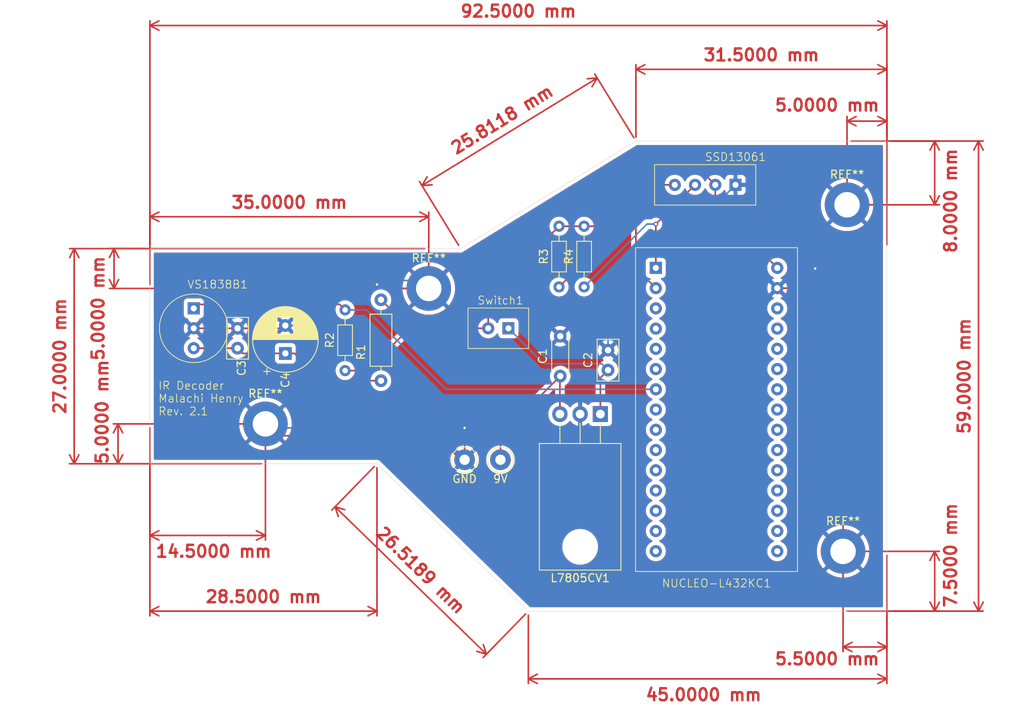
<source format=kicad_pcb>
(kicad_pcb (version 20240108) (generator "pcbnew") (generator_version "8.0")
  (layers (0 "F.Cu" signal) (31 "B.Cu" signal) (34 "B.Paste" user) (35 "F.Paste" user) (36 "B.SilkS" user "B.Silkscreen") (37 "F.SilkS" user "F.Silkscreen") (38 "B.Mask" user) (39 "F.Mask" user) (44 "Edge.Cuts" user))
  (net 0 "")
  (net 1 "GND")
  (net 2 "5V")
  (net 3 "Net-(VS1838B1-VCC)")
  (net 4 "Net-(NUCLEO-L432KC1-PB7)")
  (net 6 "Net-(NUCLEO-L432KC1-PA10)")
  (net 7 "9V")
  (net 29 "Net-(L7805CV1-OUTPUT)")
  (net 33 "Net-(NUCLEO-L432KC1-PA9)")
  (footprint "Connector_Pin:Pin_D1.3mm_L11.0mm" (layer "F.Cu") (at 104.5 112.5)
    (property "Reference" "GND" (at 0 2.4 0) (layer "F.SilkS"))
    (property "Value" "Pin_D1.3mm_L11.0mm")
    (fp_circle (center 0 0) (end 1.6 0.05) (stroke (width 0.12)) (fill none) (layer "F.SilkS"))
    (pad "1" thru_hole circle (at 0 0) (size 2.6 2.6) (drill 1.3) (layers "*.Cu" "*.Mask") (net 1 "GND"))
  )
  (footprint "MountingHole:MountingHole_3.2mm_M3_DIN965_Pad_TopBottom" (layer "F.Cu") (at 152 124)
    (property "Reference" "REF**" (at 0 -3.8 0) (layer "F.SilkS"))
    (property "Value" "MountingHole_3.2mm_M3_DIN965_Pad_TopBottom")
    (pad "1" thru_hole circle (at 0 0) (size 3.6 3.6) (drill 3.2) (layers "*.Cu" "*.Mask"))
    (pad "1" connect circle (at 0 0) (size 5.6 5.6) (layers "F.Cu" "F.Mask") (net 1 "GND"))
    (pad "1" connect circle (at 0 0) (size 5.6 5.6) (layers "B.Cu" "B.Mask") (net 1 "GND"))
  )
  (footprint "MountingHole:MountingHole_3.2mm_M3_DIN965_Pad_TopBottom" (layer "F.Cu") (at 152.5 80.5)
    (property "Reference" "REF**" (at 0 -3.8 0) (layer "F.SilkS"))
    (property "Value" "MountingHole_3.2mm_M3_DIN965_Pad_TopBottom")
    (pad "1" thru_hole circle (at 0 0) (size 3.6 3.6) (drill 3.2) (layers "*.Cu" "*.Mask"))
    (pad "1" connect circle (at 0 0) (size 5.6 5.6) (layers "F.Cu" "F.Mask") (net 1 "GND"))
    (pad "1" connect circle (at 0 0) (size 5.6 5.6) (layers "B.Cu" "B.Mask") (net 1 "GND"))
  )
  (footprint "Custom_Footprints:SSD1306" (layer "F.Cu") (at 135.96 75.46 180)
    (property "Reference" "SSD13061" (at -2.54 0.96 0) (layer "F.SilkS") (effects (font (thickness 0.1))))
    (property "Value" "~")
    (fp_rect (start -5.08 -5.08) (end 7.62 0) (stroke (width 0.1)) (fill none) (layer "F.SilkS"))
    (pad "1" thru_hole rect (at -2.54 -2.54 180) (size 1.524 1.524) (drill 0.762) (layers "*.Cu" "*.Mask") (net 1 "GND"))
    (pad "2" thru_hole circle (at 0 -2.54 180) (size 1.524 1.524) (drill 0.762) (layers "*.Cu" "*.Mask") (net 2 "5V"))
    (pad "3" thru_hole circle (at 2.54 -2.54 180) (size 1.524 1.524) (drill 0.762) (layers "*.Cu" "*.Mask") (net 33 "Net-(NUCLEO-L432KC1-PA9)"))
    (pad "4" thru_hole circle (at 5.08 -2.54 180) (size 1.524 1.524) (drill 0.762) (layers "*.Cu" "*.Mask") (net 6 "Net-(NUCLEO-L432KC1-PA10)"))
  )
  (footprint "Capacitor_THT:C_Disc_D5.0mm_W2.5mm_P2.50mm" (layer "F.Cu") (at 76 98.5 90)
    (property "Reference" "C3" (at -2.5 0.5 90) (layer "F.SilkS"))
    (property "Value" "0.1uf")
    (fp_line (start 3.87 -1.37) (end 3.87 1.37) (stroke (width 0.12)) (layer "F.SilkS"))
    (fp_line (start -1.37 -1.37) (end 3.87 -1.37) (stroke (width 0.12)) (layer "F.SilkS"))
    (fp_line (start -1.37 -1.37) (end -1.37 1.37) (stroke (width 0.12)) (layer "F.SilkS"))
    (fp_line (start -1.37 1.37) (end 3.87 1.37) (stroke (width 0.12)) (layer "F.SilkS"))
    (pad "1" thru_hole circle (at 0 0 90) (size 1.6 1.6) (drill 0.8) (layers "*.Cu" "*.Mask") (net 3 "Net-(VS1838B1-VCC)"))
    (pad "2" thru_hole circle (at 2.5 0 90) (size 1.6 1.6) (drill 0.8) (layers "*.Cu" "*.Mask") (net 1 "GND"))
  )
  (footprint "Capacitor_THT:C_Disc_D4.3mm_W1.9mm_P5.00mm" (layer "F.Cu") (at 116.5 102 90)
    (property "Reference" "C1" (at 2.5 -2.2 90) (layer "F.SilkS"))
    (property "Value" "0.33uf")
    (fp_line (start 4.77 -1.07) (end 4.77 -1.055) (stroke (width 0.12)) (layer "F.SilkS"))
    (fp_line (start 0.23 -1.07) (end 4.77 -1.07) (stroke (width 0.12)) (layer "F.SilkS"))
    (fp_line (start 0.23 -1.07) (end 0.23 -1.055) (stroke (width 0.12)) (layer "F.SilkS"))
    (fp_line (start 4.77 1.055) (end 4.77 1.07) (stroke (width 0.12)) (layer "F.SilkS"))
    (fp_line (start 0.23 1.055) (end 0.23 1.07) (stroke (width 0.12)) (layer "F.SilkS"))
    (fp_line (start 0.23 1.07) (end 4.77 1.07) (stroke (width 0.12)) (layer "F.SilkS"))
    (pad "1" thru_hole circle (at 0 0 90) (size 1.6 1.6) (drill 0.8) (layers "*.Cu" "*.Mask") (net 7 "9V"))
    (pad "2" thru_hole circle (at 5 0 90) (size 1.6 1.6) (drill 0.8) (layers "*.Cu" "*.Mask") (net 1 "GND"))
  )
  (footprint "MountingHole:MountingHole_3.2mm_M3_DIN965_Pad_TopBottom" (layer "F.Cu") (at 79.5 108)
    (property "Reference" "REF**" (at 0 -3.8 0) (layer "F.SilkS"))
    (property "Value" "MountingHole_3.2mm_M3_DIN965_Pad_TopBottom")
    (pad "1" thru_hole circle (at 0 0) (size 3.6 3.6) (drill 3.2) (layers "*.Cu" "*.Mask"))
    (pad "1" connect circle (at 0 0) (size 5.6 5.6) (layers "F.Cu" "F.Mask") (net 1 "GND"))
    (pad "1" connect circle (at 0 0) (size 5.6 5.6) (layers "B.Cu" "B.Mask") (net 1 "GND"))
  )
  (footprint "Capacitor_THT:CP_Radial_D8.0mm_P3.50mm" (layer "F.Cu") (at 82 99.152651 90)
    (property "Reference" "C4" (at -3.347349 0 90) (layer "F.SilkS"))
    (property "Value" "100uf")
    (fp_line (start 1.83 -4.08) (end 1.83 4.08) (stroke (width 0.12)) (layer "F.SilkS"))
    (fp_line (start 1.79 -4.08) (end 1.79 4.08) (stroke (width 0.12)) (layer "F.SilkS"))
    (fp_line (start 1.75 -4.08) (end 1.75 4.08) (stroke (width 0.12)) (layer "F.SilkS"))
    (fp_line (start 1.87 -4.079) (end 1.87 4.079) (stroke (width 0.12)) (layer "F.SilkS"))
    (fp_line (start 1.91 -4.077) (end 1.91 4.077) (stroke (width 0.12)) (layer "F.SilkS"))
    (fp_line (start 1.95 -4.076) (end 1.95 4.076) (stroke (width 0.12)) (layer "F.SilkS"))
    (fp_line (start 1.99 -4.074) (end 1.99 4.074) (stroke (width 0.12)) (layer "F.SilkS"))
    (fp_line (start 2.03 -4.071) (end 2.03 4.071) (stroke (width 0.12)) (layer "F.SilkS"))
    (fp_line (start 2.07 -4.068) (end 2.07 4.068) (stroke (width 0.12)) (layer "F.SilkS"))
    (fp_line (start 2.11 -4.065) (end 2.11 4.065) (stroke (width 0.12)) (layer "F.SilkS"))
    (fp_line (start 2.15 -4.061) (end 2.15 4.061) (stroke (width 0.12)) (layer "F.SilkS"))
    (fp_line (start 2.19 -4.057) (end 2.19 4.057) (stroke (width 0.12)) (layer "F.SilkS"))
    (fp_line (start 2.23 -4.052) (end 2.23 4.052) (stroke (width 0.12)) (layer "F.SilkS"))
    (fp_line (start 2.27 -4.048) (end 2.27 4.048) (stroke (width 0.12)) (layer "F.SilkS"))
    (fp_line (start 2.31 -4.042) (end 2.31 4.042) (stroke (width 0.12)) (layer "F.SilkS"))
    (fp_line (start 2.35 -4.037) (end 2.35 4.037) (stroke (width 0.12)) (layer "F.SilkS"))
    (fp_line (start 2.39 -4.03) (end 2.39 4.03) (stroke (width 0.12)) (layer "F.SilkS"))
    (fp_line (start 2.43 -4.024) (end 2.43 4.024) (stroke (width 0.12)) (layer "F.SilkS"))
    (fp_line (start 2.471 -4.017) (end 2.471 -1.04) (stroke (width 0.12)) (layer "F.SilkS"))
    (fp_line (start 2.511 -4.01) (end 2.511 -1.04) (stroke (width 0.12)) (layer "F.SilkS"))
    (fp_line (start 2.551 -4.002) (end 2.551 -1.04) (stroke (width 0.12)) (layer "F.SilkS"))
    (fp_line (start 2.591 -3.994) (end 2.591 -1.04) (stroke (width 0.12)) (layer "F.SilkS"))
    (fp_line (start 2.631 -3.985) (end 2.631 -1.04) (stroke (width 0.12)) (layer "F.SilkS"))
    (fp_line (start 2.671 -3.976) (end 2.671 -1.04) (stroke (width 0.12)) (layer "F.SilkS"))
    (fp_line (start 2.711 -3.967) (end 2.711 -1.04) (stroke (width 0.12)) (layer "F.SilkS"))
    (fp_line (start 2.751 -3.957) (end 2.751 -1.04) (stroke (width 0.12)) (layer "F.SilkS"))
    (fp_line (start 2.791 -3.947) (end 2.791 -1.04) (stroke (width 0.12)) (layer "F.SilkS"))
    (fp_line (start 2.831 -3.936) (end 2.831 -1.04) (stroke (width 0.12)) (layer "F.SilkS"))
    (fp_line (start 2.871 -3.925) (end 2.871 -1.04) (stroke (width 0.12)) (layer "F.SilkS"))
    (fp_line (start 2.911 -3.914) (end 2.911 -1.04) (stroke (width 0.12)) (layer "F.SilkS"))
    (fp_line (start 2.951 -3.902) (end 2.951 -1.04) (stroke (width 0.12)) (layer "F.SilkS"))
    (fp_line (start 2.991 -3.889) (end 2.991 -1.04) (stroke (width 0.12)) (layer "F.SilkS"))
    (fp_line (start 3.031 -3.877) (end 3.031 -1.04) (stroke (width 0.12)) (layer "F.SilkS"))
    (fp_line (start 3.071 -3.863) (end 3.071 -1.04) (stroke (width 0.12)) (layer "F.SilkS"))
    (fp_line (start 3.111 -3.85) (end 3.111 -1.04) (stroke (width 0.12)) (layer "F.SilkS"))
    (fp_line (start 3.151 -3.835) (end 3.151 -1.04) (stroke (width 0.12)) (layer "F.SilkS"))
    (fp_line (start 3.191 -3.821) (end 3.191 -1.04) (stroke (width 0.12)) (layer "F.SilkS"))
    (fp_line (start 3.231 -3.805) (end 3.231 -1.04) (stroke (width 0.12)) (layer "F.SilkS"))
    (fp_line (start 3.271 -3.79) (end 3.271 -1.04) (stroke (width 0.12)) (layer "F.SilkS"))
    (fp_line (start 3.311 -3.774) (end 3.311 -1.04) (stroke (width 0.12)) (layer "F.SilkS"))
    (fp_line (start 3.351 -3.757) (end 3.351 -1.04) (stroke (width 0.12)) (layer "F.SilkS"))
    (fp_line (start 3.391 -3.74) (end 3.391 -1.04) (stroke (width 0.12)) (layer "F.SilkS"))
    (fp_line (start 3.431 -3.722) (end 3.431 -1.04) (stroke (width 0.12)) (layer "F.SilkS"))
    (fp_line (start 3.471 -3.704) (end 3.471 -1.04) (stroke (width 0.12)) (layer "F.SilkS"))
    (fp_line (start 3.511 -3.686) (end 3.511 -1.04) (stroke (width 0.12)) (layer "F.SilkS"))
    (fp_line (start 3.551 -3.666) (end 3.551 -1.04) (stroke (width 0.12)) (layer "F.SilkS"))
    (fp_line (start 3.591 -3.647) (end 3.591 -1.04) (stroke (width 0.12)) (layer "F.SilkS"))
    (fp_line (start 3.631 -3.627) (end 3.631 -1.04) (stroke (width 0.12)) (layer "F.SilkS"))
    (fp_line (start 3.671 -3.606) (end 3.671 -1.04) (stroke (width 0.12)) (layer "F.SilkS"))
    (fp_line (start 3.711 -3.584) (end 3.711 -1.04) (stroke (width 0.12)) (layer "F.SilkS"))
    (fp_line (start 3.751 -3.562) (end 3.751 -1.04) (stroke (width 0.12)) (layer "F.SilkS"))
    (fp_line (start 3.791 -3.54) (end 3.791 -1.04) (stroke (width 0.12)) (layer "F.SilkS"))
    (fp_line (start 3.831 -3.517) (end 3.831 -1.04) (stroke (width 0.12)) (layer "F.SilkS"))
    (fp_line (start 3.871 -3.493) (end 3.871 -1.04) (stroke (width 0.12)) (layer "F.SilkS"))
    (fp_line (start 3.911 -3.469) (end 3.911 -1.04) (stroke (width 0.12)) (layer "F.SilkS"))
    (fp_line (start 3.951 -3.444) (end 3.951 -1.04) (stroke (width 0.12)) (layer "F.SilkS"))
    (fp_line (start 3.991 -3.418) (end 3.991 -1.04) (stroke (width 0.12)) (layer "F.SilkS"))
    (fp_line (start 4.031 -3.392) (end 4.031 -1.04) (stroke (width 0.12)) (layer "F.SilkS"))
    (fp_line (start 4.071 -3.365) (end 4.071 -1.04) (stroke (width 0.12)) (layer "F.SilkS"))
    (fp_line (start 4.111 -3.338) (end 4.111 -1.04) (stroke (width 0.12)) (layer "F.SilkS"))
    (fp_line (start 4.151 -3.309) (end 4.151 -1.04) (stroke (width 0.12)) (layer "F.SilkS"))
    (fp_line (start 4.191 -3.28) (end 4.191 -1.04) (stroke (width 0.12)) (layer "F.SilkS"))
    (fp_line (start 4.231 -3.25) (end 4.231 -1.04) (stroke (width 0.12)) (layer "F.SilkS"))
    (fp_line (start 4.271 -3.22) (end 4.271 -1.04) (stroke (width 0.12)) (layer "F.SilkS"))
    (fp_line (start 4.311 -3.189) (end 4.311 -1.04) (stroke (width 0.12)) (layer "F.SilkS"))
    (fp_line (start 4.351 -3.156) (end 4.351 -1.04) (stroke (width 0.12)) (layer "F.SilkS"))
    (fp_line (start 4.391 -3.124) (end 4.391 -1.04) (stroke (width 0.12)) (layer "F.SilkS"))
    (fp_line (start 4.431 -3.09) (end 4.431 -1.04) (stroke (width 0.12)) (layer "F.SilkS"))
    (fp_line (start 4.471 -3.055) (end 4.471 -1.04) (stroke (width 0.12)) (layer "F.SilkS"))
    (fp_line (start 4.511 -3.019) (end 4.511 -1.04) (stroke (width 0.12)) (layer "F.SilkS"))
    (fp_line (start 4.551 -2.983) (end 4.551 2.983) (stroke (width 0.12)) (layer "F.SilkS"))
    (fp_line (start 4.591 -2.945) (end 4.591 2.945) (stroke (width 0.12)) (layer "F.SilkS"))
    (fp_line (start 4.631 -2.907) (end 4.631 2.907) (stroke (width 0.12)) (layer "F.SilkS"))
    (fp_line (start 4.671 -2.867) (end 4.671 2.867) (stroke (width 0.12)) (layer "F.SilkS"))
    (fp_line (start 4.711 -2.826) (end 4.711 2.826) (stroke (width 0.12)) (layer "F.SilkS"))
    (fp_line (start 4.751 -2.784) (end 4.751 2.784) (stroke (width 0.12)) (layer "F.SilkS"))
    (fp_line (start 4.791 -2.741) (end 4.791 2.741) (stroke (width 0.12)) (layer "F.SilkS"))
    (fp_line (start -2.259698 -2.715) (end -2.259698 -1.915) (stroke (width 0.12)) (layer "F.SilkS"))
    (fp_line (start 4.831 -2.697) (end 4.831 2.697) (stroke (width 0.12)) (layer "F.SilkS"))
    (fp_line (start 4.871 -2.651) (end 4.871 2.651) (stroke (width 0.12)) (layer "F.SilkS"))
    (fp_line (start 4.911 -2.604) (end 4.911 2.604) (stroke (width 0.12)) (layer "F.SilkS"))
    (fp_line (start 4.951 -2.556) (end 4.951 2.556) (stroke (width 0.12)) (layer "F.SilkS"))
    (fp_line (start 4.991 -2.505) (end 4.991 2.505) (stroke (width 0.12)) (layer "F.SilkS"))
    (fp_line (start 5.031 -2.454) (end 5.031 2.454) (stroke (width 0.12)) (layer "F.SilkS"))
    (fp_line (start 5.071 -2.4) (end 5.071 2.4) (stroke (width 0.12)) (layer "F.SilkS"))
    (fp_line (start 5.111 -2.345) (end 5.111 2.345) (stroke (width 0.12)) (layer "F.SilkS"))
    (fp_line (start -2.659698 -2.315) (end -1.859698 -2.315) (stroke (width 0.12)) (layer "F.SilkS"))
    (fp_line (start 5.151 -2.287) (end 5.151 2.287) (stroke (width 0.12)) (layer "F.SilkS"))
    (fp_line (start 5.191 -2.228) (end 5.191 2.228) (stroke (width 0.12)) (layer "F.SilkS"))
    (fp_line (start 5.231 -2.166) (end 5.231 2.166) (stroke (width 0.12)) (layer "F.SilkS"))
    (fp_line (start 5.271 -2.102) (end 5.271 2.102) (stroke (width 0.12)) (layer "F.SilkS"))
    (fp_line (start 5.311 -2.034) (end 5.311 2.034) (stroke (width 0.12)) (layer "F.SilkS"))
    (fp_line (start 5.351 -1.964) (end 5.351 1.964) (stroke (width 0.12)) (layer "F.SilkS"))
    (fp_line (start 5.391 -1.89) (end 5.391 1.89) (stroke (width 0.12)) (layer "F.SilkS"))
    (fp_line (start 5.431 -1.813) (end 5.431 1.813) (stroke (width 0.12)) (layer "F.SilkS"))
    (fp_line (start 5.471 -1.731) (end 5.471 1.731) (stroke (width 0.12)) (layer "F.SilkS"))
    (fp_line (start 5.511 -1.645) (end 5.511 1.645) (stroke (width 0.12)) (layer "F.SilkS"))
    (fp_line (start 5.551 -1.552) (end 5.551 1.552) (stroke (width 0.12)) (layer "F.SilkS"))
    (fp_line (start 5.591 -1.453) (end 5.591 1.453) (stroke (width 0.12)) (layer "F.SilkS"))
    (fp_line (start 5.631 -1.346) (end 5.631 1.346) (stroke (width 0.12)) (layer "F.SilkS"))
    (fp_line (start 5.671 -1.229) (end 5.671 1.229) (stroke (width 0.12)) (layer "F.SilkS"))
    (fp_line (start 5.711 -1.098) (end 5.711 1.098) (stroke (width 0.12)) (layer "F.SilkS"))
    (fp_line (start 5.751 -0.948) (end 5.751 0.948) (stroke (width 0.12)) (layer "F.SilkS"))
    (fp_line (start 5.791 -0.768) (end 5.791 0.768) (stroke (width 0.12)) (layer "F.SilkS"))
    (fp_line (start 5.831 -0.533) (end 5.831 0.533) (stroke (width 0.12)) (layer "F.SilkS"))
    (fp_line (start 4.511 1.04) (end 4.511 3.019) (stroke (width 0.12)) (layer "F.SilkS"))
    (fp_line (start 4.471 1.04) (end 4.471 3.055) (stroke (width 0.12)) (layer "F.SilkS"))
    (fp_line (start 4.431 1.04) (end 4.431 3.09) (stroke (width 0.12)) (layer "F.SilkS"))
    (fp_line (start 4.391 1.04) (end 4.391 3.124) (stroke (width 0.12)) (layer "F.SilkS"))
    (fp_line (start 4.351 1.04) (end 4.351 3.156) (stroke (width 0.12)) (layer "F.SilkS"))
    (fp_line (start 4.311 1.04) (end 4.311 3.189) (stroke (width 0.12)) (layer "F.SilkS"))
    (fp_line (start 4.271 1.04) (end 4.271 3.22) (stroke (width 0.12)) (layer "F.SilkS"))
    (fp_line (start 4.231 1.04) (end 4.231 3.25) (stroke (width 0.12)) (layer "F.SilkS"))
    (fp_line (start 4.191 1.04) (end 4.191 3.28) (stroke (width 0.12)) (layer "F.SilkS"))
    (fp_line (start 4.151 1.04) (end 4.151 3.309) (stroke (width 0.12)) (layer "F.SilkS"))
    (fp_line (start 4.111 1.04) (end 4.111 3.338) (stroke (width 0.12)) (layer "F.SilkS"))
    (fp_line (start 4.071 1.04) (end 4.071 3.365) (stroke (width 0.12)) (layer "F.SilkS"))
    (fp_line (start 4.031 1.04) (end 4.031 3.392) (stroke (width 0.12)) (layer "F.SilkS"))
    (fp_line (start 3.991 1.04) (end 3.991 3.418) (stroke (width 0.12)) (layer "F.SilkS"))
    (fp_line (start 3.951 1.04) (end 3.951 3.444) (stroke (width 0.12)) (layer "F.SilkS"))
    (fp_line (start 3.911 1.04) (end 3.911 3.469) (stroke (width 0.12)) (layer "F.SilkS"))
    (fp_line (start 3.871 1.04) (end 3.871 3.493) (stroke (width 0.12)) (layer "F.SilkS"))
    (fp_line (start 3.831 1.04) (end 3.831 3.517) (stroke (width 0.12)) (layer "F.SilkS"))
    (fp_line (start 3.791 1.04) (end 3.791 3.54) (stroke (width 0.12)) (layer "F.SilkS"))
    (fp_line (start 3.751 1.04) (end 3.751 3.562) (stroke (width 0.12)) (layer "F.SilkS"))
    (fp_line (start 3.711 1.04) (end 3.711 3.584) (stroke (width 0.12)) (layer "F.SilkS"))
    (fp_line (start 3.671 1.04) (end 3.671 3.606) (stroke (width 0.12)) (layer "F.SilkS"))
    (fp_line (start 3.631 1.04) (end 3.631 3.627) (stroke (width 0.12)) (layer "F.SilkS"))
    (fp_line (start 3.591 1.04) (end 3.591 3.647) (stroke (width 0.12)) (layer "F.SilkS"))
    (fp_line (start 3.551 1.04) (end 3.551 3.666) (stroke (width 0.12)) (layer "F.SilkS"))
    (fp_line (start 3.511 1.04) (end 3.511 3.686) (stroke (width 0.12)) (layer "F.SilkS"))
    (fp_line (start 3.471 1.04) (end 3.471 3.704) (stroke (width 0.12)) (layer "F.SilkS"))
    (fp_line (start 3.431 1.04) (end 3.431 3.722) (stroke (width 0.12)) (layer "F.SilkS"))
    (fp_line (start 3.391 1.04) (end 3.391 3.74) (stroke (width 0.12)) (layer "F.SilkS"))
    (fp_line (start 3.351 1.04) (end 3.351 3.757) (stroke (width 0.12)) (layer "F.SilkS"))
    (fp_line (start 3.311 1.04) (end 3.311 3.774) (stroke (width 0.12)) (layer "F.SilkS"))
    (fp_line (start 3.271 1.04) (end 3.271 3.79) (stroke (width 0.12)) (layer "F.SilkS"))
    (fp_line (start 3.231 1.04) (end 3.231 3.805) (stroke (width 0.12)) (layer "F.SilkS"))
    (fp_line (start 3.191 1.04) (end 3.191 3.821) (stroke (width 0.12)) (layer "F.SilkS"))
    (fp_line (start 3.151 1.04) (end 3.151 3.835) (stroke (width 0.12)) (layer "F.SilkS"))
    (fp_line (start 3.111 1.04) (end 3.111 3.85) (stroke (width 0.12)) (layer "F.SilkS"))
    (fp_line (start 3.071 1.04) (end 3.071 3.863) (stroke (width 0.12)) (layer "F.SilkS"))
    (fp_line (start 3.031 1.04) (end 3.031 3.877) (stroke (width 0.12)) (layer "F.SilkS"))
    (fp_line (start 2.991 1.04) (end 2.991 3.889) (stroke (width 0.12)) (layer "F.SilkS"))
    (fp_line (start 2.951 1.04) (end 2.951 3.902) (stroke (width 0.12)) (layer "F.SilkS"))
    (fp_line (start 2.911 1.04) (end 2.911 3.914) (stroke (width 0.12)) (layer "F.SilkS"))
    (fp_line (start 2.871 1.04) (end 2.871 3.925) (stroke (width 0.12)) (layer "F.SilkS"))
    (fp_line (start 2.831 1.04) (end 2.831 3.936) (stroke (width 0.12)) (layer "F.SilkS"))
    (fp_line (start 2.791 1.04) (end 2.791 3.947) (stroke (width 0.12)) (layer "F.SilkS"))
    (fp_line (start 2.751 1.04) (end 2.751 3.957) (stroke (width 0.12)) (layer "F.SilkS"))
    (fp_line (start 2.711 1.04) (end 2.711 3.967) (stroke (width 0.12)) (layer "F.SilkS"))
    (fp_line (start 2.671 1.04) (end 2.671 3.976) (stroke (width 0.12)) (layer "F.SilkS"))
    (fp_line (start 2.631 1.04) (end 2.631 3.985) (stroke (width 0.12)) (layer "F.SilkS"))
    (fp_line (start 2.591 1.04) (end 2.591 3.994) (stroke (width 0.12)) (layer "F.SilkS"))
    (fp_line (start 2.551 1.04) (end 2.551 4.002) (stroke (width 0.12)) (layer "F.SilkS"))
    (fp_line (start 2.511 1.04) (end 2.511 4.01) (stroke (width 0.12)) (layer "F.SilkS"))
    (fp_line (start 2.471 1.04) (end 2.471 4.017) (stroke (width 0.12)) (layer "F.SilkS"))
    (fp_circle (center 1.75 0) (end 5.87 0) (stroke (width 0.12)) (fill none) (layer "F.SilkS"))
    (pad "1" thru_hole rect (at 0 0 90) (size 1.6 1.6) (drill 0.8) (layers "*.Cu" "*.Mask") (net 3 "Net-(VS1838B1-VCC)"))
    (pad "2" thru_hole circle (at 3.5 0 90) (size 1.6 1.6) (drill 0.8) (layers "*.Cu" "*.Mask") (net 1 "GND"))
  )
  (footprint "Capacitor_THT:C_Disc_D5.0mm_W2.5mm_P2.50mm" (layer "F.Cu") (at 122.5 101.25 90)
    (property "Reference" "C2" (at 1.25 -2.5 90) (layer "F.SilkS"))
    (property "Value" "0.1uf")
    (fp_line (start 3.87 -1.37) (end 3.87 1.37) (stroke (width 0.12)) (layer "F.SilkS"))
    (fp_line (start -1.37 -1.37) (end 3.87 -1.37) (stroke (width 0.12)) (layer "F.SilkS"))
    (fp_line (start -1.37 -1.37) (end -1.37 1.37) (stroke (width 0.12)) (layer "F.SilkS"))
    (fp_line (start -1.37 1.37) (end 3.87 1.37) (stroke (width 0.12)) (layer "F.SilkS"))
    (pad "1" thru_hole circle (at 0 0 90) (size 1.6 1.6) (drill 0.8) (layers "*.Cu" "*.Mask") (net 29 "Net-(L7805CV1-OUTPUT)"))
    (pad "2" thru_hole circle (at 2.5 0 90) (size 1.6 1.6) (drill 0.8) (layers "*.Cu" "*.Mask") (net 1 "GND"))
  )
  (footprint "Resistor_THT:R_Axial_DIN0207_L6.3mm_D2.5mm_P10.16mm_Horizontal" (layer "F.Cu") (at 94 92.42 -90)
    (property "Reference" "R1" (at 6.58 2.5 90) (layer "F.SilkS"))
    (property "Value" "100")
    (fp_line (start 1.81 1.37) (end 8.35 1.37) (stroke (width 0.12)) (layer "F.SilkS"))
    (fp_line (start 8.35 1.37) (end 8.35 -1.37) (stroke (width 0.12)) (layer "F.SilkS"))
    (fp_line (start 1.04 0) (end 1.81 0) (stroke (width 0.12)) (layer "F.SilkS"))
    (fp_line (start 9.12 0) (end 8.35 0) (stroke (width 0.12)) (layer "F.SilkS"))
    (fp_line (start 1.81 -1.37) (end 1.81 1.37) (stroke (width 0.12)) (layer "F.SilkS"))
    (fp_line (start 8.35 -1.37) (end 1.81 -1.37) (stroke (width 0.12)) (layer "F.SilkS"))
    (pad "1" thru_hole circle (at 0 0 270) (size 1.6 1.6) (drill 0.8) (layers "*.Cu" "*.Mask") (net 2 "5V"))
    (pad "2" thru_hole oval (at 10.16 0 270) (size 1.6 1.6) (drill 0.8) (layers "*.Cu" "*.Mask") (net 3 "Net-(VS1838B1-VCC)"))
  )
  (footprint "Connector_Pin:Pin_D1.3mm_L11.0mm" (layer "F.Cu") (at 109 112.5)
    (property "Reference" "9V" (at 0 2.4 0) (layer "F.SilkS"))
    (property "Value" "Pin_D1.3mm_L11.0mm")
    (fp_circle (center 0 0) (end 1.6 0.05) (stroke (width 0.12)) (fill none) (layer "F.SilkS"))
    (pad "1" thru_hole circle (at 0 0) (size 2.6 2.6) (drill 1.3) (layers "*.Cu" "*.Mask") (net 7 "9V"))
  )
  (footprint "Package_TO_SOT_THT:TO-220-3_Horizontal_TabDown" (layer "F.Cu") (at 121.54 106.77 180)
    (property "Reference" "L7805CV1" (at 2.54 -20.58 0) (layer "F.SilkS"))
    (property "Value" "~")
    (fp_line (start 7.66 -19.58) (end 7.66 -3.69) (stroke (width 0.12)) (layer "F.SilkS"))
    (fp_line (start 5.08 -3.69) (end 5.08 -1.15) (stroke (width 0.12)) (layer "F.SilkS"))
    (fp_line (start 2.54 -3.69) (end 2.54 -1.15) (stroke (width 0.12)) (layer "F.SilkS"))
    (fp_line (start 0 -3.69) (end 0 -1.15) (stroke (width 0.12)) (layer "F.SilkS"))
    (fp_line (start -2.58 -3.69) (end 7.66 -3.69) (stroke (width 0.12)) (layer "F.SilkS"))
    (fp_line (start -2.58 -19.58) (end 7.66 -19.58) (stroke (width 0.12)) (layer "F.SilkS"))
    (fp_line (start -2.58 -19.58) (end -2.58 -3.69) (stroke (width 0.12)) (layer "F.SilkS"))
    (pad "" np_thru_hole oval (at 2.54 -16.66 180) (size 3.5 3.5) (drill 3.5) (layers "*.Cu" "*.Mask"))
    (pad "1" thru_hole rect (at 0 0 180) (size 1.905 2) (drill 1.1) (layers "*.Cu" "*.Mask") (net 29 "Net-(L7805CV1-OUTPUT)"))
    (pad "2" thru_hole oval (at 2.54 0 180) (size 1.905 2) (drill 1.1) (layers "*.Cu" "*.Mask") (net 1 "GND"))
    (pad "3" thru_hole oval (at 5.08 0 180) (size 1.905 2) (drill 1.1) (layers "*.Cu" "*.Mask") (net 7 "9V"))
  )
  (footprint "Resistor_THT:R_Axial_DIN0204_L3.6mm_D1.6mm_P7.62mm_Horizontal" (layer "F.Cu") (at 89.5 101.31 90)
    (property "Reference" "R2" (at 3.81 -1.92 90) (layer "F.SilkS"))
    (property "Value" "22K")
    (fp_line (start 5.73 -0.92) (end 1.89 -0.92) (stroke (width 0.12)) (layer "F.SilkS"))
    (fp_line (start 1.89 -0.92) (end 1.89 0.92) (stroke (width 0.12)) (layer "F.SilkS"))
    (fp_line (start 6.68 0) (end 5.73 0) (stroke (width 0.12)) (layer "F.SilkS"))
    (fp_line (start 0.94 0) (end 1.89 0) (stroke (width 0.12)) (layer "F.SilkS"))
    (fp_line (start 5.73 0.92) (end 5.73 -0.92) (stroke (width 0.12)) (layer "F.SilkS"))
    (fp_line (start 1.89 0.92) (end 5.73 0.92) (stroke (width 0.12)) (layer "F.SilkS"))
    (pad "1" thru_hole circle (at 0 0 90) (size 1.4 1.4) (drill 0.7) (layers "*.Cu" "*.Mask") (net 2 "5V"))
    (pad "2" thru_hole oval (at 7.62 0 90) (size 1.4 1.4) (drill 0.7) (layers "*.Cu" "*.Mask") (net 4 "Net-(NUCLEO-L432KC1-PB7)"))
  )
  (footprint "Custom_Footprints:Radial-3" (layer "F.Cu") (at 70.5 96 -90)
    (property "Reference" "VS1838B1" (at -5.5 -3 0) (layer "F.SilkS") (effects (font (thickness 0.1))))
    (property "Value" "~")
    (fp_circle (center 0 0) (end -3.5 -2.5) (stroke (width 0.1)) (fill none) (layer "F.SilkS"))
    (pad "1" thru_hole rect (at -2.5 0 270) (size 1.524 1.524) (drill 0.762) (layers "*.Cu" "*.Mask") (net 4 "Net-(NUCLEO-L432KC1-PB7)"))
    (pad "2" thru_hole circle (at 0 0 270) (size 1.524 1.524) (drill 0.762) (layers "*.Cu" "*.Mask") (net 1 "GND"))
    (pad "3" thru_hole circle (at 2.5 0 270) (size 1.524 1.524) (drill 0.762) (layers "*.Cu" "*.Mask") (net 3 "Net-(VS1838B1-VCC)"))
  )
  (footprint "Resistor_THT:R_Axial_DIN0204_L3.6mm_D1.6mm_P7.62mm_Horizontal" (layer "F.Cu") (at 116.35 90.81 90)
    (property "Reference" "R3" (at 3.81 -1.92 90) (layer "F.SilkS"))
    (property "Value" "4.7K")
    (fp_line (start 5.73 -0.92) (end 1.89 -0.92) (stroke (width 0.12)) (layer "F.SilkS"))
    (fp_line (start 1.89 -0.92) (end 1.89 0.92) (stroke (width 0.12)) (layer "F.SilkS"))
    (fp_line (start 6.68 0) (end 5.73 0) (stroke (width 0.12)) (layer "F.SilkS"))
    (fp_line (start 0.94 0) (end 1.89 0) (stroke (width 0.12)) (layer "F.SilkS"))
    (fp_line (start 5.73 0.92) (end 5.73 -0.92) (stroke (width 0.12)) (layer "F.SilkS"))
    (fp_line (start 1.89 0.92) (end 5.73 0.92) (stroke (width 0.12)) (layer "F.SilkS"))
    (pad "1" thru_hole circle (at 0 0 90) (size 1.4 1.4) (drill 0.7) (layers "*.Cu" "*.Mask") (net 6 "Net-(NUCLEO-L432KC1-PA10)"))
    (pad "2" thru_hole oval (at 7.62 0 90) (size 1.4 1.4) (drill 0.7) (layers "*.Cu" "*.Mask") (net 2 "5V"))
  )
  (footprint "MountingHole:MountingHole_3.2mm_M3_DIN965_Pad_TopBottom" (layer "F.Cu") (at 100 91)
    (property "Reference" "REF**" (at 0 -3.8 0) (layer "F.SilkS"))
    (property "Value" "MountingHole_3.2mm_M3_DIN965_Pad_TopBottom")
    (pad "1" thru_hole circle (at 0 0) (size 3.6 3.6) (drill 3.2) (layers "*.Cu" "*.Mask"))
    (pad "1" connect circle (at 0 0) (size 5.6 5.6) (layers "F.Cu" "F.Mask") (net 1 "GND"))
    (pad "1" connect circle (at 0 0) (size 5.6 5.6) (layers "B.Cu" "B.Mask") (net 1 "GND"))
  )
  (footprint "Custom_Footprints:STM_Nucleo_Nano" (layer "F.Cu") (at 128.5 123.98)
    (property "Reference" "NUCLEO-L432KC1" (at 7.62 4.02 0) (layer "F.SilkS") (effects (font (thickness 0.1))))
    (property "Value" "~")
    (fp_rect (start -2.54 -38.1) (end 17.78 2.54) (stroke (width 0.1)) (fill none) (layer "F.SilkS"))
    (pad "1" thru_hole rect (at 0 -35.56) (size 1.524 1.524) (drill 0.762) (layers "*.Cu" "*.Mask") (net 33 "Net-(NUCLEO-L432KC1-PA9)"))
    (pad "2" thru_hole circle (at 0 -33.02) (size 1.524 1.524) (drill 0.762) (layers "*.Cu" "*.Mask") (net 6 "Net-(NUCLEO-L432KC1-PA10)"))
    (pad "3" thru_hole circle (at 0 -30.48) (size 1.524 1.524) (drill 0.762) (layers "*.Cu" "*.Mask"))
    (pad "4" thru_hole circle (at 0 -27.94) (size 1.524 1.524) (drill 0.762) (layers "*.Cu" "*.Mask"))
    (pad "5" thru_hole circle (at 0 -25.4) (size 1.524 1.524) (drill 0.762) (layers "*.Cu" "*.Mask"))
    (pad "6" thru_hole circle (at 0 -22.86) (size 1.524 1.524) (drill 0.762) (layers "*.Cu" "*.Mask"))
    (pad "7" thru_hole circle (at 0 -20.32) (size 1.524 1.524) (drill 0.762) (layers "*.Cu" "*.Mask") (net 4 "Net-(NUCLEO-L432KC1-PB7)"))
    (pad "8" thru_hole circle (at 0 -17.78) (size 1.524 1.524) (drill 0.762) (layers "*.Cu" "*.Mask"))
    (pad "9" thru_hole circle (at 0 -15.24) (size 1.524 1.524) (drill 0.762) (layers "*.Cu" "*.Mask"))
    (pad "10" thru_hole circle (at 0 -12.7) (size 1.524 1.524) (drill 0.762) (layers "*.Cu" "*.Mask"))
    (pad "11" thru_hole circle (at 0 -10.16) (size 1.524 1.524) (drill 0.762) (layers "*.Cu" "*.Mask"))
    (pad "12" thru_hole circle (at 0 -7.62) (size 1.524 1.524) (drill 0.762) (layers "*.Cu" "*.Mask"))
    (pad "13" thru_hole circle (at 0 -5.08) (size 1.524 1.524) (drill 0.762) (layers "*.Cu" "*.Mask"))
    (pad "14" thru_hole circle (at 0 -2.54) (size 1.524 1.524) (drill 0.762) (layers "*.Cu" "*.Mask"))
    (pad "15" thru_hole circle (at 0 0) (size 1.524 1.524) (drill 0.762) (layers "*.Cu" "*.Mask"))
    (pad "16" thru_hole circle (at 15.24 -35.56) (size 1.524 1.524) (drill 0.762) (layers "*.Cu" "*.Mask") (net 2 "5V"))
    (pad "17" thru_hole circle (at 15.24 -33.02) (size 1.524 1.524) (drill 0.762) (layers "*.Cu" "*.Mask") (net 1 "GND"))
    (pad "18" thru_hole circle (at 15.24 -30.48) (size 1.524 1.524) (drill 0.762) (layers "*.Cu" "*.Mask"))
    (pad "19" thru_hole circle (at 15.24 -27.94) (size 1.524 1.524) (drill 0.762) (layers "*.Cu" "*.Mask"))
    (pad "20" thru_hole circle (at 15.24 -25.4) (size 1.524 1.524) (drill 0.762) (layers "*.Cu" "*.Mask"))
    (pad "21" thru_hole circle (at 15.24 -22.86) (size 1.524 1.524) (drill 0.762) (layers "*.Cu" "*.Mask"))
    (pad "22" thru_hole circle (at 15.24 -20.32) (size 1.524 1.524) (drill 0.762) (layers "*.Cu" "*.Mask"))
    (pad "23" thru_hole circle (at 15.24 -17.78) (size 1.524 1.524) (drill 0.762) (layers "*.Cu" "*.Mask"))
    (pad "24" thru_hole circle (at 15.24 -15.24) (size 1.524 1.524) (drill 0.762) (layers "*.Cu" "*.Mask"))
    (pad "25" thru_hole circle (at 15.24 -12.7) (size 1.524 1.524) (drill 0.762) (layers "*.Cu" "*.Mask"))
    (pad "26" thru_hole circle (at 15.24 -10.16) (size 1.524 1.524) (drill 0.762) (layers "*.Cu" "*.Mask"))
    (pad "27" thru_hole circle (at 15.24 -7.62) (size 1.524 1.524) (drill 0.762) (layers "*.Cu" "*.Mask"))
    (pad "28" thru_hole circle (at 15.24 -5.08) (size 1.524 1.524) (drill 0.762) (layers "*.Cu" "*.Mask"))
    (pad "29" thru_hole circle (at 15.24 -2.54) (size 1.524 1.524) (drill 0.762) (layers "*.Cu" "*.Mask"))
    (pad "30" thru_hole circle (at 15.24 0) (size 1.524 1.524) (drill 0.762) (layers "*.Cu" "*.Mask"))
  )
  (footprint "Custom_Footprints:Split_with_pads" (layer "F.Cu") (at 110 90.92 180)
    (property "Reference" "Switch1" (at 1 -1.58 0) (layer "F.SilkS") (effects (font (thickness 0.1))))
    (property "Value" "~")
    (fp_rect (start -2.54 -7.62) (end 5.08 -2.54) (stroke (width 0.1)) (fill none) (layer "F.SilkS"))
    (pad "1" thru_hole rect (at 0 -5.08 180) (size 1.524 1.524) (drill 0.762) (layers "*.Cu" "*.Mask") (net 29 "Net-(L7805CV1-OUTPUT)"))
    (pad "2" thru_hole circle (at 2.54 -5.08 180) (size 1.524 1.524) (drill 0.762) (layers "*.Cu" "*.Mask") (net 2 "5V"))
  )
  (footprint "Resistor_THT:R_Axial_DIN0204_L3.6mm_D1.6mm_P7.62mm_Horizontal" (layer "F.Cu") (at 119.5 90.81 90)
    (property "Reference" "R4" (at 3.81 -1.92 90) (layer "F.SilkS"))
    (property "Value" "4.7K")
    (fp_line (start 5.73 -0.92) (end 1.89 -0.92) (stroke (width 0.12)) (layer "F.SilkS"))
    (fp_line (start 1.89 -0.92) (end 1.89 0.92) (stroke (width 0.12)) (layer "F.SilkS"))
    (fp_line (start 6.68 0) (end 5.73 0) (stroke (width 0.12)) (layer "F.SilkS"))
    (fp_line (start 0.94 0) (end 1.89 0) (stroke (width 0.12)) (layer "F.SilkS"))
    (fp_line (start 5.73 0.92) (end 5.73 -0.92) (stroke (width 0.12)) (layer "F.SilkS"))
    (fp_line (start 1.89 0.92) (end 5.73 0.92) (stroke (width 0.12)) (layer "F.SilkS"))
    (pad "1" thru_hole circle (at 0 0 90) (size 1.4 1.4) (drill 0.7) (layers "*.Cu" "*.Mask") (net 33 "Net-(NUCLEO-L432KC1-PA9)"))
    (pad "2" thru_hole oval (at 7.62 0 90) (size 1.4 1.4) (drill 0.7) (layers "*.Cu" "*.Mask") (net 2 "5V"))
  )
  (gr_line (start 65 86) (end 104 86) (stroke (width 0.05)) (layer "Edge.Cuts"))
  (gr_line (start 93.5 113) (end 65 113) (stroke (width 0.05)) (layer "Edge.Cuts"))
  (gr_line (start 112.5 131.5) (end 93.5 113) (stroke (width 0.05)) (layer "Edge.Cuts"))
  (gr_line (start 157.5 72.5) (end 126 72.5) (stroke (width 0.05)) (layer "Edge.Cuts"))
  (gr_line (start 157.5 72.5) (end 157.5 131.5) (stroke (width 0.05)) (layer "Edge.Cuts"))
  (gr_line (start 157.5 131.5) (end 112.5 131.5) (stroke (width 0.05)) (layer "Edge.Cuts"))
  (gr_line (start 126 72.5) (end 104 86) (stroke (width 0.05)) (layer "Edge.Cuts"))
  (gr_line (start 65 113) (end 65 86) (stroke (width 0.05)) (layer "Edge.Cuts"))
  (gr_text "IR Decoder\nMalachi Henry\nRev. 2.1" (at 66 107 0) (layer "F.SilkS") (effects (font (size 1 1) (thickness 0.1)) (justify left bottom)))
  (dimension (type aligned) (layer "F.Cu") (pts (xy 157.5 72.5) (xy 126 72.5)) (height 8.999999) (gr_text "31.5000 mm" (at 141.75 61.700001 0) (layer "F.Cu") (effects (font (size 1.5 1.5) (thickness 0.3)))) (format (prefix "") (suffix "") (units 3) (units_format 1) (precision 4)) (style (thickness 0.2) (arrow_length 1.27) (text_position_mode 0) (extension_height 0.58642) (extension_offset 0.5) keep_text_aligned))
  (dimension (type aligned) (layer "F.Cu") (pts (xy 157.5 72.5) (xy 157.5 131.5)) (height -11.5) (gr_text "59.0000 mm" (at 167.2 102 90) (layer "F.Cu") (effects (font (size 1.5 1.5) (thickness 0.3)))) (format (prefix "") (suffix "") (units 3) (units_format 1) (precision 4)) (style (thickness 0.2) (arrow_length 1.27) (text_position_mode 0) (extension_height 0.58642) (extension_offset 0.5) keep_text_aligned))
  (dimension (type aligned) (layer "F.Cu") (pts (xy 152.5 80.5) (xy 157.5 80.5)) (height -10.5) (gr_text "5.0000 mm" (at 150 68 0) (layer "F.Cu") (effects (font (size 1.5 1.5) (thickness 0.3)))) (format (prefix "") (suffix "") (units 3) (units_format 1) (precision 4)) (style (thickness 0.2) (arrow_length 1.27) (text_position_mode 2) (extension_height 0.58642) (extension_offset 0.5) keep_text_aligned))
  (dimension (type aligned) (layer "F.Cu") (pts (xy 65 86) (xy 65 113)) (height 9.499999) (gr_text "27.0000 mm" (at 53.700001 99.5 90) (layer "F.Cu") (effects (font (size 1.5 1.5) (thickness 0.3)))) (format (prefix "") (suffix "") (units 3) (units_format 1) (precision 4)) (style (thickness 0.2) (arrow_length 1.27) (text_position_mode 0) (extension_height 0.58642) (extension_offset 0.5) keep_text_aligned))
  (dimension (type aligned) (layer "F.Cu") (pts (xy 152 124) (xy 157.5 124)) (height 12) (gr_text "5.5000 mm" (at 150 137.5 0) (layer "F.Cu") (effects (font (size 1.5 1.5) (thickness 0.3)))) (format (prefix "") (suffix "") (units 3) (units_format 1) (precision 4)) (style (thickness 0.2) (arrow_length 1.27) (text_position_mode 2) (extension_height 0.58642) (extension_offset 0.5) keep_text_aligned))
  (dimension (type aligned) (layer "F.Cu") (pts (xy 157.5 131.5) (xy 112.5 131.5)) (height -8.5) (gr_text "45.0000 mm" (at 134.5 142 0) (layer "F.Cu") (effects (font (size 1.5 1.5) (thickness 0.3)))) (format (prefix "") (suffix "") (units 3) (units_format 1) (precision 4)) (style (thickness 0.2) (arrow_length 1.27) (text_position_mode 2) (extension_height 0.58642) (extension_offset 0.5) keep_text_aligned))
  (dimension (type aligned) (layer "F.Cu") (pts (xy 79.5 108) (xy 65 108)) (height -14) (gr_text "14.5000 mm" (at 73 124 0) (layer "F.Cu") (effects (font (size 1.5 1.5) (thickness 0.3)))) (format (prefix "") (suffix "") (units 3) (units_format 1) (precision 4)) (style (thickness 0.2) (arrow_length 1.27) (text_position_mode 2) (extension_height 0.58642) (extension_offset 0.5) keep_text_aligned))
  (dimension (type aligned) (layer "F.Cu") (pts (xy 152.5 80.5) (xy 152.5 72.5)) (height 11) (gr_text "8.0000 mm" (at 165.5 80 90) (layer "F.Cu") (effects (font (size 1.5 1.5) (thickness 0.3)))) (format (prefix "") (suffix "") (units 3) (units_format 1) (precision 4)) (style (thickness 0.2) (arrow_length 1.27) (text_position_mode 2) (extension_height 0.58642) (extension_offset 0.5) keep_text_aligned))
  (dimension (type aligned) (layer "F.Cu") (pts (xy 104 86) (xy 126 72.5)) (height -9.286932) (gr_text "25.8118 mm" (at 109.201355 69.800356 31.53479191) (layer "F.Cu") (effects (font (size 1.5 1.5) (thickness 0.3)))) (format (prefix "") (suffix "") (units 3) (units_format 1) (precision 4)) (style (thickness 0.2) (arrow_length 1.27) (text_position_mode 0) (extension_height 0.58642) (extension_offset 0.5) keep_text_aligned))
  (dimension (type aligned) (layer "F.Cu") (pts (xy 65 113) (xy 93.5 113)) (height 18.5) (gr_text "28.5000 mm" (at 79.25 129.7 0) (layer "F.Cu") (effects (font (size 1.5 1.5) (thickness 0.3)))) (format (prefix "") (suffix "") (units 3) (units_format 1) (precision 4)) (style (thickness 0.2) (arrow_length 1.27) (text_position_mode 0) (extension_height 0.58642) (extension_offset 0.5) keep_text_aligned))
  (dimension (type aligned) (layer "F.Cu") (pts (xy 100 91) (xy 100 86)) (height -39.5) (gr_text "5.0000 mm" (at 58.5 93.5 90) (layer "F.Cu") (effects (font (size 1.5 1.5) (thickness 0.3)))) (format (prefix "") (suffix "") (units 3) (units_format 1) (precision 4)) (style (thickness 0.2) (arrow_length 1.27) (text_position_mode 2) (extension_height 0.58642) (extension_offset 0.5) keep_text_aligned))
  (dimension (type aligned) (layer "F.Cu") (pts (xy 112.5 131.5) (xy 93.5 113)) (height -7.540092) (gr_text "26.5189 mm" (at 98.995616 126.362611 -44.23610154) (layer "F.Cu") (effects (font (size 1.5 1.5) (thickness 0.3)))) (format (prefix "") (suffix "") (units 3) (units_format 1) (precision 4)) (style (thickness 0.2) (arrow_length 1.27) (text_position_mode 0) (extension_height 0.58642) (extension_offset 0.5) keep_text_aligned))
  (dimension (type aligned) (layer "F.Cu") (pts (xy 65 86) (xy 157.5 86)) (height -28) (gr_text "92.5000 mm" (at 111.25 56.2 0) (layer "F.Cu") (effects (font (size 1.5 1.5) (thickness 0.3)))) (format (prefix "") (suffix "") (units 3) (units_format 1) (precision 4)) (style (thickness 0.2) (arrow_length 1.27) (text_position_mode 0) (extension_height 0.58642) (extension_offset 0.5) keep_text_aligned))
  (dimension (type aligned) (layer "F.Cu") (pts (xy 152 124) (xy 152 131.5)) (height -11.5) (gr_text "7.5000 mm" (at 165.5 124.5 90) (layer "F.Cu") (effects (font (size 1.5 1.5) (thickness 0.3)))) (format (prefix "") (suffix "") (units 3) (units_format 1) (precision 4)) (style (thickness 0.2) (arrow_length 1.27) (text_position_mode 2) (extension_height 0.58642) (extension_offset 0.5) keep_text_aligned))
  (dimension (type aligned) (layer "F.Cu") (pts (xy 79.5 108) (xy 79.5 113)) (height 18.5) (gr_text "5.0000 mm" (at 59 106.5 90) (layer "F.Cu") (effects (font (size 1.5 1.5) (thickness 0.3)))) (format (prefix "") (suffix "") (units 3) (units_format 1) (precision 4)) (style (thickness 0.2) (arrow_length 1.27) (text_position_mode 2) (extension_height 0.58642) (extension_offset 0.5) keep_text_aligned))
  (dimension (type aligned) (layer "F.Cu") (pts (xy 100 91) (xy 65 91)) (height 8.999999) (gr_text "35.0000 mm" (at 82.5 80.200001 0) (layer "F.Cu") (effects (font (size 1.5 1.5) (thickness 0.3)))) (format (prefix "") (suffix "") (units 3) (units_format 1) (precision 4)) (style (thickness 0.2) (arrow_length 1.27) (text_position_mode 0) (extension_height 0.58642) (extension_offset 0.5) keep_text_aligned))
  (segment (start 152 92) (end 152 121.9) (width 0.2) (layer "F.Cu") (net 1))
  (segment (start 115 98) (end 115.5 98) (width 0.2) (layer "F.Cu") (net 1))
  (segment (start 87.847349 95.652651) (end 88.5 95) (width 0.2) (layer "F.Cu") (net 1))
  (segment (start 93.5 90.5) (end 94 91) (width 0.2) (layer "F.Cu") (net 1))
  (segment (start 104.5 112.5) (end 104 112.5) (width 0.2) (layer "F.Cu") (net 1))
  (segment (start 104.5 108.5) (end 115 98) (width 0.2) (layer "F.Cu") (net 1))
  (segment (start 117.5 98) (end 116.5 97) (width 0.2) (layer "F.Cu") (net 1))
  (segment (start 81.652651 96) (end 82 95.652651) (width 0.2) (layer "F.Cu") (net 1))
  (segment (start 119 99) (end 118 98) (width 0.2) (layer "F.Cu") (net 1))
  (segment (start 104.5 112.5) (end 104.5 108.5) (width 0.2) (layer "F.Cu") (net 1))
  (segment (start 82 95.652651) (end 87.847349 95.652651) (width 0.2) (layer "F.Cu") (net 1))
  (segment (start 93 90.5) (end 93.5 90.5) (width 0.2) (layer "F.Cu") (net 1))
  (segment (start 119 102.25) (end 119 99) (width 0.2) (layer "F.Cu") (net 1))
  (segment (start 119 102.25) (end 122.5 98.75) (width 0.2) (layer "F.Cu") (net 1))
  (segment (start 148.5 86) (end 148.5 88.5) (width 0.2) (layer "F.Cu") (net 1))
  (segment (start 115.5 98) (end 116.5 97) (width 0.2) (layer "F.Cu") (net 1))
  (segment (start 148.5 86) (end 148.5 84.5) (width 0.2) (layer "F.Cu") (net 1))
  (segment (start 70.5 96) (end 76 96) (width 0.2) (layer "F.Cu") (net 1))
  (segment (start 76 96) (end 81.652651 96) (width 0.2) (layer "F.Cu") (net 1))
  (segment (start 148.5 84.5) (end 151.015076 81.984924) (width 0.2) (layer "F.Cu") (net 1))
  (segment (start 148.5 88.5) (end 146.04 90.96) (width 0.2) (layer "F.Cu") (net 1))
  (segment (start 146.04 90.96) (end 143.74 90.96) (width 0.2) (layer "F.Cu") (net 1))
  (segment (start 90.5 95) (end 92 93.5) (width 0.2) (layer "F.Cu") (net 1))
  (segment (start 140.5 78) (end 148.5 86) (width 0.2) (layer "F.Cu") (net 1))
  (segment (start 100.984924 109.484924) (end 80.984924 109.484924) (width 0.2) (layer "F.Cu") (net 1))
  (segment (start 104 112.5) (end 100.984924 109.484924) (width 0.2) (layer "F.Cu") (net 1))
  (segment (start 92 91.5) (end 93 90.5) (width 0.2) (layer "F.Cu") (net 1))
  (segment (start 148.5 88.5) (end 152 92) (width 0.2) (layer "F.Cu") (net 1))
  (segment (start 119 102.25) (end 119 106.77) (width 0.2) (layer "F.Cu") (net 1))
  (segment (start 94 91) (end 97.5 91) (width 0.2) (layer "F.Cu") (net 1))
  (segment (start 92 93.5) (end 92 91.5) (width 0.2) (layer "F.Cu") (net 1))
  (segment (start 97.5 91) (end 97.9 91) (width 0.2) (layer "F.Cu") (net 1))
  (segment (start 88.5 95) (end 90.5 95) (width 0.2) (layer "F.Cu") (net 1))
  (segment (start 118 98) (end 117.5 98) (width 0.2) (layer "F.Cu") (net 1))
  (segment (start 138.5 78) (end 140.5 78) (width 0.2) (layer "F.Cu") (net 1))
  (via (at 148.5 88.5) (size 0.6) (drill 0.3) (layers "F.Cu" "B.Cu") (net 1))
  (via (at 93.5 90.5) (size 0.6) (drill 0.3) (layers "F.Cu" "B.Cu") (net 1))
  (via (at 104.5 108.5) (size 0.6) (drill 0.3) (layers "F.Cu" "B.Cu") (net 1))
  (segment (start 138.5 78) (end 150 78) (width 0.2) (layer "B.Cu") (net 1))
  (segment (start 97.9 90.130151) (end 97.9 91) (width 0.2) (layer "B.Cu") (net 1))
  (segment (start 150 78) (end 151.015076 79.015076) (width 0.2) (layer "B.Cu") (net 1))
  (segment (start 93.5 90.5) (end 94 90) (width 0.2) (layer "B.Cu") (net 1))
  (segment (start 94 90) (end 97.769849 90) (width 0.2) (layer "B.Cu") (net 1))
  (segment (start 81.6 108.5) (end 81.6 108) (width 0.2) (layer "B.Cu") (net 1))
  (segment (start 97.769849 90) (end 97.9 90.130151) (width 0.2) (layer "B.Cu") (net 1))
  (segment (start 104 108.5) (end 91.152651 95.652651) (width 0.2) (layer "B.Cu") (net 1))
  (segment (start 148.5 120.5) (end 150.515076 122.515076) (width 0.2) (layer "B.Cu") (net 1))
  (segment (start 104.5 108.5) (end 81.6 108.5) (width 0.2) (layer "B.Cu") (net 1))
  (segment (start 132.5 84) (end 129.5 84) (width 0.2) (layer "B.Cu") (net 1))
  (segment (start 148.5 88.5) (end 148.5 120.5) (width 0.2) (layer "B.Cu") (net 1))
  (segment (start 138.5 78) (end 132.5 84) (width 0.2) (layer "B.Cu") (net 1))
  (segment (start 129.5 84) (end 122.5 91) (width 0.2) (layer "B.Cu") (net 1))
  (segment (start 104.5 108.5) (end 104 108.5) (width 0.2) (layer "B.Cu") (net 1))
  (segment (start 122.5 91) (end 122.5 98.75) (width 0.2) (layer "B.Cu") (net 1))
  (segment (start 91.152651 95.652651) (end 82 95.652651) (width 0.2) (layer "B.Cu") (net 1))
  (segment (start 107.46 92.08) (end 116.35 83.19) (width 0.2) (layer "F.Cu") (net 2))
  (segment (start 89.5 101.31) (end 92.27 101.31) (width 0.2) (layer "F.Cu") (net 2))
  (segment (start 97.58 96) (end 94 92.42) (width 0.2) (layer "F.Cu") (net 2))
  (segment (start 135.96 80.64) (end 143.74 88.42) (width 0.2) (layer "F.Cu") (net 2))
  (segment (start 116.35 83.19) (end 119.5 83.19) (width 0.2) (layer "F.Cu") (net 2))
  (segment (start 135.96 78) (end 135.96 80.64) (width 0.2) (layer "F.Cu") (net 2))
  (segment (start 107.46 96) (end 97.58 96) (width 0.2) (layer "F.Cu") (net 2))
  (segment (start 133.96 76) (end 135.96 78) (width 0.2) (layer "F.Cu") (net 2))
  (segment (start 107.46 96) (end 107.46 92.08) (width 0.2) (layer "F.Cu") (net 2))
  (segment (start 121.81 83.19) (end 129 76) (width 0.2) (layer "F.Cu") (net 2))
  (segment (start 119.5 83.19) (end 121.81 83.19) (width 0.2) (layer "F.Cu") (net 2))
  (segment (start 92.27 101.31) (end 97.58 96) (width 0.2) (layer "F.Cu") (net 2))
  (segment (start 129 76) (end 133.96 76) (width 0.2) (layer "F.Cu") (net 2))
  (segment (start 89 105) (end 83.152651 99.152651) (width 0.2) (layer "F.Cu") (net 3))
  (segment (start 83.152651 99.152651) (end 82 99.152651) (width 0.2) (layer "F.Cu") (net 3))
  (segment (start 70.5 98.5) (end 76 98.5) (width 0.2) (layer "F.Cu") (net 3))
  (segment (start 76.652651 99.152651) (end 76 98.5) (width 0.2) (layer "F.Cu") (net 3))
  (segment (start 94 102.58) (end 91.92 102.58) (width 0.2) (layer "F.Cu") (net 3))
  (segment (start 91.92 102.58) (end 89.5 105) (width 0.2) (layer "F.Cu") (net 3))
  (segment (start 82 99.152651) (end 76.652651 99.152651) (width 0.2) (layer "F.Cu") (net 3))
  (segment (start 89.5 105) (end 89 105) (width 0.2) (layer "F.Cu") (net 3))
  (segment (start 71 93) (end 88.81 93) (width 0.2) (layer "F.Cu") (net 4))
  (segment (start 70.5 93.5) (end 71 93) (width 0.2) (layer "F.Cu") (net 4))
  (segment (start 88.81 93) (end 89.5 93.69) (width 0.2) (layer "F.Cu") (net 4))
  (segment (start 89.5 93.69) (end 92.19 93.69) (width 0.2) (layer "B.Cu") (net 4))
  (segment (start 92.19 93.69) (end 102.16 103.66) (width 0.2) (layer "B.Cu") (net 4))
  (segment (start 102.16 103.66) (end 128.5 103.66) (width 0.2) (layer "B.Cu") (net 4))
  (segment (start 126 83.96) (end 126 84.5) (width 0.2) (layer "F.Cu") (net 6))
  (segment (start 116.35 90.81) (end 126 81.16) (width 0.2) (layer "F.Cu") (net 6))
  (segment (start 126 84.5) (end 126 81) (width 0.2) (layer "F.Cu") (net 6))
  (segment (start 126 88.46) (end 126 84.5) (width 0.2) (layer "F.Cu") (net 6))
  (segment (start 126 81) (end 129 78) (width 0.2) (layer "F.Cu") (net 6))
  (segment (start 129 78) (end 130.88 78) (width 0.2) (layer "F.Cu") (net 6))
  (segment (start 128.5 90.96) (end 126 88.46) (width 0.2) (layer "F.Cu") (net 6))
  (segment (start 126 81.16) (end 126 81) (width 0.2) (layer "F.Cu") (net 6))
  (segment (start 116.5 102) (end 116.46 102.04) (width 0.2) (layer "F.Cu") (net 7))
  (segment (start 116.46 102.04) (end 116.46 106.77) (width 0.2) (layer "F.Cu") (net 7))
  (segment (start 109 112.5) (end 109 109.5) (width 0.2) (layer "F.Cu") (net 7))
  (segment (start 109 109.5) (end 116.5 102) (width 0.2) (layer "F.Cu") (net 7))
  (segment (start 121.54 102.21) (end 121.54 106.77) (width 0.2) (layer "F.Cu") (net 29))
  (segment (start 122.5 101.25) (end 121.54 102.21) (width 0.2) (layer "F.Cu") (net 29))
  (segment (start 122.5 101.25) (end 121.700001 100.450001) (width 0.2) (layer "B.Cu") (net 29))
  (segment (start 114.450001 100.450001) (end 110 96) (width 0.2) (layer "B.Cu") (net 29))
  (segment (start 121.700001 100.450001) (end 114.450001 100.450001) (width 0.2) (layer "B.Cu") (net 29))
  (segment (start 128.5 82.92) (end 133.42 78) (width 0.2) (layer "F.Cu") (net 33))
  (segment (start 128.5 82.92) (end 128.5 88.42) (width 0.2) (layer "F.Cu") (net 33))
  (via (at 128.5 82.92) (size 0.6) (drill 0.3) (layers "F.Cu" "B.Cu") (net 33))
  (segment (start 119.5 90.81) (end 127.39 82.92) (width 0.2) (layer "B.Cu") (net 33))
  (segment (start 127.39 82.92) (end 128.5 82.92) (width 0.2) (layer "B.Cu") (net 33))
  (zone (net 1) (net_name "GND") (layers "F&B.Cu") (connect_pads (clearance 0.5)) (min_thickness 0.25) (fill yes (thermal_gap 0.5) (thermal_bridge_width 0.5))
    (polygon (pts (xy 157.5 72.5) (xy 157.5 131.5) (xy 112.5 131.5) (xy 93.5 113) (xy 65 113) (xy 65 86) (xy 104.5 86) (xy 126 72.5)))
  )
)
</source>
